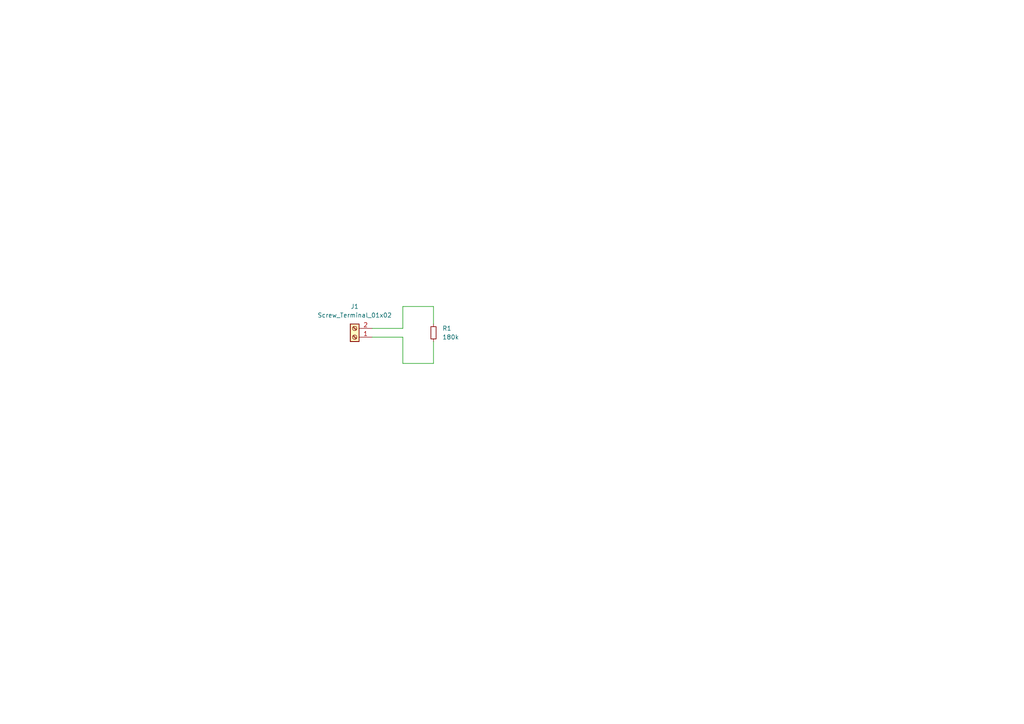
<source format=kicad_sch>
(kicad_sch (version 20211123) (generator eeschema)

  (uuid e4464df3-05fa-4bec-96b6-b9f26d45e76a)

  (paper "A4")

  (lib_symbols
    (symbol "Connector:Screw_Terminal_01x02" (pin_names (offset 1.016) hide) (in_bom yes) (on_board yes)
      (property "Reference" "J" (id 0) (at 0 2.54 0)
        (effects (font (size 1.27 1.27)))
      )
      (property "Value" "Screw_Terminal_01x02" (id 1) (at 0 -5.08 0)
        (effects (font (size 1.27 1.27)))
      )
      (property "Footprint" "" (id 2) (at 0 0 0)
        (effects (font (size 1.27 1.27)) hide)
      )
      (property "Datasheet" "~" (id 3) (at 0 0 0)
        (effects (font (size 1.27 1.27)) hide)
      )
      (property "ki_keywords" "screw terminal" (id 4) (at 0 0 0)
        (effects (font (size 1.27 1.27)) hide)
      )
      (property "ki_description" "Generic screw terminal, single row, 01x02, script generated (kicad-library-utils/schlib/autogen/connector/)" (id 5) (at 0 0 0)
        (effects (font (size 1.27 1.27)) hide)
      )
      (property "ki_fp_filters" "TerminalBlock*:*" (id 6) (at 0 0 0)
        (effects (font (size 1.27 1.27)) hide)
      )
      (symbol "Screw_Terminal_01x02_1_1"
        (rectangle (start -1.27 1.27) (end 1.27 -3.81)
          (stroke (width 0.254) (type default) (color 0 0 0 0))
          (fill (type background))
        )
        (circle (center 0 -2.54) (radius 0.635)
          (stroke (width 0.1524) (type default) (color 0 0 0 0))
          (fill (type none))
        )
        (polyline
          (pts
            (xy -0.5334 -2.2098)
            (xy 0.3302 -3.048)
          )
          (stroke (width 0.1524) (type default) (color 0 0 0 0))
          (fill (type none))
        )
        (polyline
          (pts
            (xy -0.5334 0.3302)
            (xy 0.3302 -0.508)
          )
          (stroke (width 0.1524) (type default) (color 0 0 0 0))
          (fill (type none))
        )
        (polyline
          (pts
            (xy -0.3556 -2.032)
            (xy 0.508 -2.8702)
          )
          (stroke (width 0.1524) (type default) (color 0 0 0 0))
          (fill (type none))
        )
        (polyline
          (pts
            (xy -0.3556 0.508)
            (xy 0.508 -0.3302)
          )
          (stroke (width 0.1524) (type default) (color 0 0 0 0))
          (fill (type none))
        )
        (circle (center 0 0) (radius 0.635)
          (stroke (width 0.1524) (type default) (color 0 0 0 0))
          (fill (type none))
        )
        (pin passive line (at -5.08 0 0) (length 3.81)
          (name "Pin_1" (effects (font (size 1.27 1.27))))
          (number "1" (effects (font (size 1.27 1.27))))
        )
        (pin passive line (at -5.08 -2.54 0) (length 3.81)
          (name "Pin_2" (effects (font (size 1.27 1.27))))
          (number "2" (effects (font (size 1.27 1.27))))
        )
      )
    )
    (symbol "Device:R_Small" (pin_numbers hide) (pin_names (offset 0.254) hide) (in_bom yes) (on_board yes)
      (property "Reference" "R" (id 0) (at 0.762 0.508 0)
        (effects (font (size 1.27 1.27)) (justify left))
      )
      (property "Value" "R_Small" (id 1) (at 0.762 -1.016 0)
        (effects (font (size 1.27 1.27)) (justify left))
      )
      (property "Footprint" "" (id 2) (at 0 0 0)
        (effects (font (size 1.27 1.27)) hide)
      )
      (property "Datasheet" "~" (id 3) (at 0 0 0)
        (effects (font (size 1.27 1.27)) hide)
      )
      (property "ki_keywords" "R resistor" (id 4) (at 0 0 0)
        (effects (font (size 1.27 1.27)) hide)
      )
      (property "ki_description" "Resistor, small symbol" (id 5) (at 0 0 0)
        (effects (font (size 1.27 1.27)) hide)
      )
      (property "ki_fp_filters" "R_*" (id 6) (at 0 0 0)
        (effects (font (size 1.27 1.27)) hide)
      )
      (symbol "R_Small_0_1"
        (rectangle (start -0.762 1.778) (end 0.762 -1.778)
          (stroke (width 0.2032) (type default) (color 0 0 0 0))
          (fill (type none))
        )
      )
      (symbol "R_Small_1_1"
        (pin passive line (at 0 2.54 270) (length 0.762)
          (name "~" (effects (font (size 1.27 1.27))))
          (number "1" (effects (font (size 1.27 1.27))))
        )
        (pin passive line (at 0 -2.54 90) (length 0.762)
          (name "~" (effects (font (size 1.27 1.27))))
          (number "2" (effects (font (size 1.27 1.27))))
        )
      )
    )
  )


  (wire (pts (xy 116.84 105.41) (xy 116.84 97.79))
    (stroke (width 0) (type default) (color 0 0 0 0))
    (uuid 1413714b-5416-4105-9bbf-bf0cba2f5107)
  )
  (wire (pts (xy 116.84 95.25) (xy 116.84 88.9))
    (stroke (width 0) (type default) (color 0 0 0 0))
    (uuid 19300fea-25be-4c2b-987e-a4433e501996)
  )
  (wire (pts (xy 125.73 99.06) (xy 125.73 105.41))
    (stroke (width 0) (type default) (color 0 0 0 0))
    (uuid 3e3b0eb1-26e9-43cf-add9-a58f463ffe62)
  )
  (wire (pts (xy 107.95 95.25) (xy 116.84 95.25))
    (stroke (width 0) (type default) (color 0 0 0 0))
    (uuid 6afafbc5-d37d-48e3-b533-6b93ad2064d6)
  )
  (wire (pts (xy 125.73 105.41) (xy 116.84 105.41))
    (stroke (width 0) (type default) (color 0 0 0 0))
    (uuid 7b8208c7-d3df-4521-aee6-8a7607a079e8)
  )
  (wire (pts (xy 116.84 97.79) (xy 107.95 97.79))
    (stroke (width 0) (type default) (color 0 0 0 0))
    (uuid bfdd3ee1-8adc-42e6-8c54-46d73f9c959e)
  )
  (wire (pts (xy 125.73 88.9) (xy 125.73 93.98))
    (stroke (width 0) (type default) (color 0 0 0 0))
    (uuid dd8db000-0a84-4978-9d67-ffcdb80c9ceb)
  )
  (wire (pts (xy 116.84 88.9) (xy 125.73 88.9))
    (stroke (width 0) (type default) (color 0 0 0 0))
    (uuid e7751c14-4e7d-48d0-a001-fa7a8c530345)
  )

  (symbol (lib_id "Connector:Screw_Terminal_01x02") (at 102.87 97.79 180) (unit 1)
    (in_bom yes) (on_board yes) (fields_autoplaced)
    (uuid aed84920-8ad2-44f0-a914-7e04a7ec9d1a)
    (property "Reference" "J1" (id 0) (at 102.87 88.9 0))
    (property "Value" "Screw_Terminal_01x02" (id 1) (at 102.87 91.44 0))
    (property "Footprint" "TerminalBlock:TerminalBlock_Wuerth_691311400102_P7.62mm" (id 2) (at 102.87 97.79 0)
      (effects (font (size 1.27 1.27)) hide)
    )
    (property "Datasheet" "https://www.we-online.com/katalog/datasheet/691309410002.pdfhttps://www.we-online.com/katalog/datasheet/691309410002.pdf" (id 3) (at 102.87 97.79 0)
      (effects (font (size 1.27 1.27)) hide)
    )
    (property "octopart" "https://octopart.com/691309410002-wurth+elektronik-105950935?r=sp" (id 4) (at 102.87 97.79 0)
      (effects (font (size 1.27 1.27)) hide)
    )
    (pin "1" (uuid 6bed793f-0dc8-449d-b5c6-3af00ba824bd))
    (pin "2" (uuid 14f7205c-d8d5-4af6-8914-ff4241ed0a66))
  )

  (symbol (lib_id "Device:R_Small") (at 125.73 96.52 0) (unit 1)
    (in_bom yes) (on_board yes) (fields_autoplaced)
    (uuid d3caae06-7f5d-417c-a9b6-322757c3acc4)
    (property "Reference" "R1" (id 0) (at 128.27 95.2499 0)
      (effects (font (size 1.27 1.27)) (justify left))
    )
    (property "Value" "180k" (id 1) (at 128.27 97.7899 0)
      (effects (font (size 1.27 1.27)) (justify left))
    )
    (property "Footprint" "Resistor_SMD:R_2010_5025Metric" (id 2) (at 125.73 96.52 0)
      (effects (font (size 1.27 1.27)) hide)
    )
    (property "Datasheet" "https://octopart.com/datasheet/crgp2010f180k-te+connectivity-91018975" (id 3) (at 125.73 96.52 0)
      (effects (font (size 1.27 1.27)) hide)
    )
    (property "octopart" "https://octopart.com/crgp2010f180k-te+connectivity-91018975?r=sp" (id 4) (at 125.73 96.52 0)
      (effects (font (size 1.27 1.27)) hide)
    )
    (pin "1" (uuid fcbb1683-9244-44f4-ab4a-4ddaf8f0b0ce))
    (pin "2" (uuid 63641df2-19c8-4115-a0cd-ba6c44d9b861))
  )

  (sheet_instances
    (path "/" (page "1"))
  )

  (symbol_instances
    (path "/aed84920-8ad2-44f0-a914-7e04a7ec9d1a"
      (reference "J1") (unit 1) (value "Screw_Terminal_01x02") (footprint "TerminalBlock:TerminalBlock_Wuerth_691311400102_P7.62mm")
    )
    (path "/d3caae06-7f5d-417c-a9b6-322757c3acc4"
      (reference "R1") (unit 1) (value "180k") (footprint "Resistor_SMD:R_2010_5025Metric")
    )
  )
)

</source>
